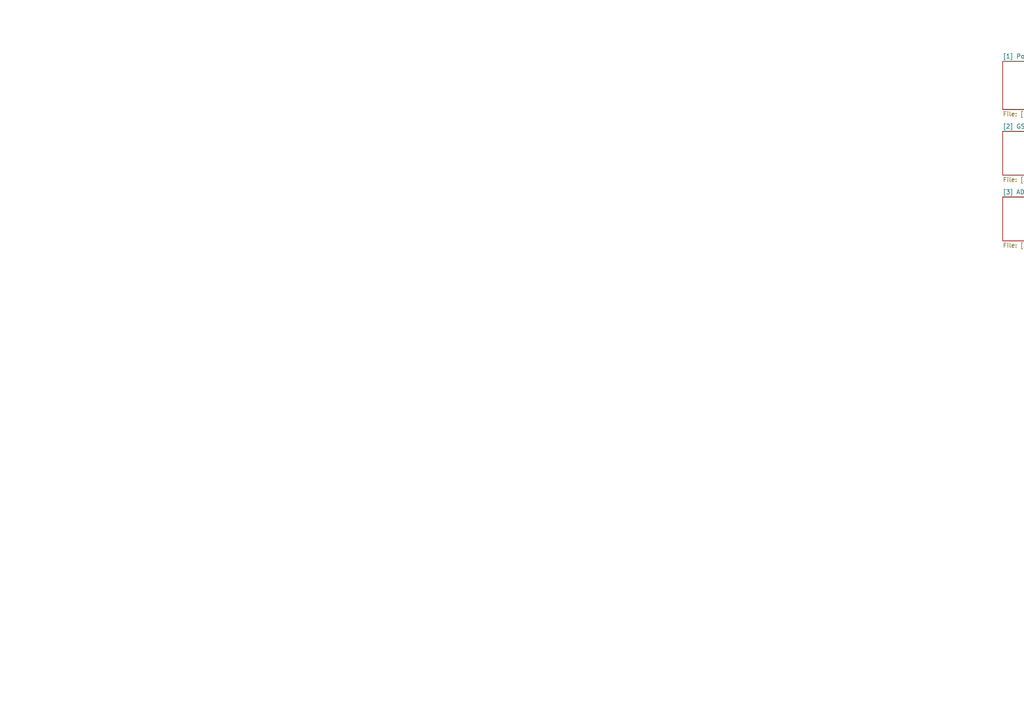
<source format=kicad_sch>
(kicad_sch
	(version 20231120)
	(generator "eeschema")
	(generator_version "8.0")
	(uuid "967fd416-113b-4abc-8322-5b19c6966929")
	(paper "A4")
	(lib_symbols)
	(sheet
		(at 290.83 17.78)
		(size 29.21 13.97)
		(fields_autoplaced yes)
		(stroke
			(width 0.1524)
			(type solid)
		)
		(fill
			(color 0 0 0 0.0000)
		)
		(uuid "37cd045a-36db-4748-ae75-68f8cec60c2f")
		(property "Sheetname" "[1] Power Regulation & Level Shifting"
			(at 290.83 17.0684 0)
			(effects
				(font
					(size 1.27 1.27)
				)
				(justify left bottom)
			)
		)
		(property "Sheetfile" "[1] Power Regulation & Level Shifting.kicad_sch"
			(at 290.83 32.3346 0)
			(effects
				(font
					(size 1.27 1.27)
				)
				(justify left top)
			)
		)
		(instances
			(project "GSR_Board"
				(path "/967fd416-113b-4abc-8322-5b19c6966929"
					(page "2")
				)
			)
		)
	)
	(sheet
		(at 290.83 38.1)
		(size 29.21 12.7)
		(fields_autoplaced yes)
		(stroke
			(width 0.1524)
			(type solid)
		)
		(fill
			(color 0 0 0 0.0000)
		)
		(uuid "854b8164-099f-4c16-bcf8-b1bb507f720f")
		(property "Sheetname" "[2] GSR"
			(at 290.83 37.3884 0)
			(effects
				(font
					(size 1.27 1.27)
				)
				(justify left bottom)
			)
		)
		(property "Sheetfile" "[2] GSR.kicad_sch"
			(at 290.83 51.3846 0)
			(effects
				(font
					(size 1.27 1.27)
				)
				(justify left top)
			)
		)
		(instances
			(project "GSR_Board"
				(path "/967fd416-113b-4abc-8322-5b19c6966929"
					(page "3")
				)
			)
		)
	)
	(sheet
		(at 290.83 57.15)
		(size 29.21 12.7)
		(fields_autoplaced yes)
		(stroke
			(width 0.1524)
			(type solid)
		)
		(fill
			(color 0 0 0 0.0000)
		)
		(uuid "c6964374-f511-4bed-8712-bbd14de644d5")
		(property "Sheetname" "[3] ADC"
			(at 290.83 56.4384 0)
			(effects
				(font
					(size 1.27 1.27)
				)
				(justify left bottom)
			)
		)
		(property "Sheetfile" "[3] ADC.kicad_sch"
			(at 290.83 70.4346 0)
			(effects
				(font
					(size 1.27 1.27)
				)
				(justify left top)
			)
		)
		(instances
			(project "GSR_Board"
				(path "/967fd416-113b-4abc-8322-5b19c6966929"
					(page "4")
				)
			)
		)
	)
	(sheet_instances
		(path "/"
			(page "1")
		)
	)
)

</source>
